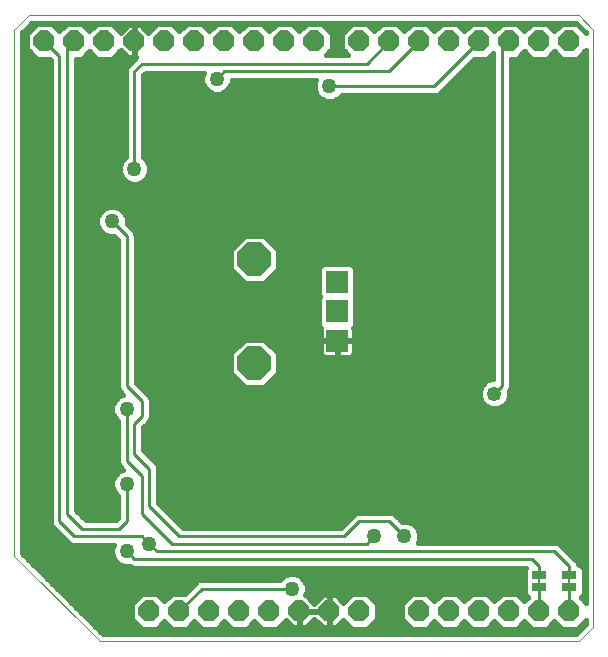
<source format=gbl>
G75*
%MOIN*%
%OFA0B0*%
%FSLAX25Y25*%
%IPPOS*%
%LPD*%
%AMOC8*
5,1,8,0,0,1.08239X$1,22.5*
%
%ADD10C,0.00004*%
%ADD11C,0.00800*%
%ADD12R,0.05000X0.02500*%
%ADD13R,0.07400X0.07400*%
%ADD14OC8,0.11024*%
%ADD15OC8,0.07000*%
%ADD16C,0.01600*%
%ADD17C,0.05000*%
%ADD18C,0.07600*%
%ADD19C,0.05906*%
%ADD20C,0.04921*%
%ADD21C,0.01000*%
D10*
X0008874Y0037220D02*
X0037220Y0008874D01*
X0197063Y0008874D01*
X0201787Y0013598D01*
X0201787Y0212811D01*
X0197063Y0217535D01*
X0013598Y0217535D01*
X0008874Y0212811D01*
X0008874Y0037220D01*
D11*
X0183874Y0030374D02*
X0183874Y0027374D01*
X0193874Y0027374D02*
X0193874Y0030374D01*
D12*
X0193874Y0030874D03*
X0193874Y0026874D03*
X0183874Y0026874D03*
X0183874Y0030874D03*
D13*
X0116433Y0109031D03*
X0116433Y0118874D03*
X0116433Y0128717D03*
D14*
X0088874Y0136197D03*
X0088874Y0101551D03*
D15*
X0083874Y0018874D03*
X0073874Y0018874D03*
X0063874Y0018874D03*
X0053874Y0018874D03*
X0093874Y0018874D03*
X0103874Y0018874D03*
X0113874Y0018874D03*
X0123874Y0018874D03*
X0143874Y0018874D03*
X0153874Y0018874D03*
X0163874Y0018874D03*
X0173874Y0018874D03*
X0183874Y0018874D03*
X0193874Y0018874D03*
X0193874Y0208874D03*
X0183874Y0208874D03*
X0173874Y0208874D03*
X0163874Y0208874D03*
X0153874Y0208874D03*
X0143874Y0208874D03*
X0133874Y0208874D03*
X0123874Y0208874D03*
X0108874Y0208874D03*
X0098874Y0208874D03*
X0088874Y0208874D03*
X0078874Y0208874D03*
X0068874Y0208874D03*
X0058874Y0208874D03*
X0048874Y0208874D03*
X0038874Y0208874D03*
X0028874Y0208874D03*
X0018874Y0208874D03*
D16*
X0024632Y0024859D02*
X0065758Y0024859D01*
X0065673Y0024774D02*
X0061430Y0024774D01*
X0058874Y0022218D01*
X0056318Y0024774D01*
X0051430Y0024774D01*
X0047974Y0021318D01*
X0047974Y0016430D01*
X0051430Y0012974D01*
X0056318Y0012974D01*
X0058874Y0015530D01*
X0061430Y0012974D01*
X0066318Y0012974D01*
X0068874Y0015530D01*
X0071430Y0012974D01*
X0076318Y0012974D01*
X0078874Y0015530D01*
X0081430Y0012974D01*
X0086318Y0012974D01*
X0088874Y0015530D01*
X0091430Y0012974D01*
X0096318Y0012974D01*
X0099309Y0015966D01*
X0101685Y0013590D01*
X0103674Y0013590D01*
X0103674Y0018674D01*
X0104074Y0018674D01*
X0104074Y0013590D01*
X0106063Y0013590D01*
X0108874Y0016401D01*
X0111685Y0013590D01*
X0113674Y0013590D01*
X0113674Y0018674D01*
X0114074Y0018674D01*
X0114074Y0013590D01*
X0116063Y0013590D01*
X0118439Y0015966D01*
X0121430Y0012974D01*
X0126318Y0012974D01*
X0129774Y0016430D01*
X0129774Y0021318D01*
X0126318Y0024774D01*
X0121430Y0024774D01*
X0118439Y0021782D01*
X0116063Y0024158D01*
X0114074Y0024158D01*
X0114074Y0019074D01*
X0113674Y0019074D01*
X0113674Y0018674D01*
X0108590Y0018674D01*
X0104074Y0018674D01*
X0104074Y0019074D01*
X0113674Y0019074D01*
X0113674Y0024158D01*
X0111685Y0024158D01*
X0108874Y0021347D01*
X0106063Y0024158D01*
X0105760Y0024158D01*
X0106274Y0025399D01*
X0106274Y0027349D01*
X0105528Y0029150D01*
X0104150Y0030528D01*
X0102349Y0031274D01*
X0100399Y0031274D01*
X0098598Y0030528D01*
X0097344Y0029274D01*
X0070797Y0029274D01*
X0069731Y0028833D01*
X0068916Y0028017D01*
X0065673Y0024774D01*
X0067356Y0026458D02*
X0023034Y0026458D01*
X0021435Y0028056D02*
X0068955Y0028056D01*
X0059917Y0023261D02*
X0057831Y0023261D01*
X0049917Y0023261D02*
X0026231Y0023261D01*
X0027829Y0021662D02*
X0048318Y0021662D01*
X0047974Y0020064D02*
X0029428Y0020064D01*
X0031026Y0018465D02*
X0047974Y0018465D01*
X0047974Y0016867D02*
X0032625Y0016867D01*
X0034223Y0015268D02*
X0049136Y0015268D01*
X0050735Y0013670D02*
X0035822Y0013670D01*
X0037420Y0012071D02*
X0196863Y0012071D01*
X0196318Y0012974D02*
X0199385Y0016042D01*
X0199385Y0014593D01*
X0196068Y0011276D01*
X0038215Y0011276D01*
X0011276Y0038215D01*
X0011276Y0211816D01*
X0014593Y0215133D01*
X0196068Y0215133D01*
X0199385Y0211816D01*
X0199385Y0211706D01*
X0196318Y0214774D01*
X0191430Y0214774D01*
X0188874Y0212218D01*
X0186318Y0214774D01*
X0181430Y0214774D01*
X0178874Y0212218D01*
X0176318Y0214774D01*
X0171430Y0214774D01*
X0168874Y0212218D01*
X0166318Y0214774D01*
X0161430Y0214774D01*
X0158874Y0212218D01*
X0156318Y0214774D01*
X0151430Y0214774D01*
X0148874Y0212218D01*
X0146318Y0214774D01*
X0141430Y0214774D01*
X0138874Y0212218D01*
X0136318Y0214774D01*
X0131430Y0214774D01*
X0128874Y0212218D01*
X0126318Y0214774D01*
X0121430Y0214774D01*
X0117974Y0211318D01*
X0117974Y0206430D01*
X0120130Y0204274D01*
X0112618Y0204274D01*
X0114774Y0206430D01*
X0114774Y0211318D01*
X0111318Y0214774D01*
X0106430Y0214774D01*
X0103874Y0212218D01*
X0101318Y0214774D01*
X0096430Y0214774D01*
X0093874Y0212218D01*
X0091318Y0214774D01*
X0086430Y0214774D01*
X0083874Y0212218D01*
X0081318Y0214774D01*
X0076430Y0214774D01*
X0073874Y0212218D01*
X0071318Y0214774D01*
X0066430Y0214774D01*
X0063874Y0212218D01*
X0061318Y0214774D01*
X0056430Y0214774D01*
X0053439Y0211782D01*
X0051063Y0214158D01*
X0049074Y0214158D01*
X0049074Y0209074D01*
X0048674Y0209074D01*
X0048674Y0214158D01*
X0046685Y0214158D01*
X0044309Y0211782D01*
X0041318Y0214774D01*
X0036430Y0214774D01*
X0033874Y0212218D01*
X0031318Y0214774D01*
X0026430Y0214774D01*
X0023874Y0212218D01*
X0021318Y0214774D01*
X0016430Y0214774D01*
X0012974Y0211318D01*
X0012974Y0206430D01*
X0016430Y0202974D01*
X0020673Y0202974D01*
X0020974Y0202673D01*
X0020974Y0048297D01*
X0021416Y0047231D01*
X0026416Y0042231D01*
X0027231Y0041416D01*
X0028297Y0040974D01*
X0041940Y0040974D01*
X0041474Y0039849D01*
X0041474Y0037899D01*
X0042220Y0036098D01*
X0043598Y0034720D01*
X0045399Y0033974D01*
X0047173Y0033974D01*
X0047231Y0033916D01*
X0048297Y0033474D01*
X0179335Y0033474D01*
X0178974Y0032601D01*
X0178974Y0029147D01*
X0179087Y0028874D01*
X0178974Y0028601D01*
X0178974Y0025147D01*
X0179339Y0024265D01*
X0180015Y0023589D01*
X0180178Y0023522D01*
X0178874Y0022218D01*
X0176318Y0024774D01*
X0171430Y0024774D01*
X0168874Y0022218D01*
X0166318Y0024774D01*
X0161430Y0024774D01*
X0158874Y0022218D01*
X0156318Y0024774D01*
X0151430Y0024774D01*
X0148874Y0022218D01*
X0146318Y0024774D01*
X0141430Y0024774D01*
X0137974Y0021318D01*
X0137974Y0016430D01*
X0141430Y0012974D01*
X0146318Y0012974D01*
X0148874Y0015530D01*
X0151430Y0012974D01*
X0156318Y0012974D01*
X0158874Y0015530D01*
X0161430Y0012974D01*
X0166318Y0012974D01*
X0168874Y0015530D01*
X0171430Y0012974D01*
X0176318Y0012974D01*
X0178874Y0015530D01*
X0181430Y0012974D01*
X0186318Y0012974D01*
X0188874Y0015530D01*
X0191430Y0012974D01*
X0196318Y0012974D01*
X0197013Y0013670D02*
X0198462Y0013670D01*
X0198612Y0015268D02*
X0199385Y0015268D01*
X0199385Y0021706D02*
X0197570Y0023522D01*
X0197734Y0023589D01*
X0198409Y0024265D01*
X0198774Y0025147D01*
X0198774Y0028601D01*
X0198661Y0028874D01*
X0198774Y0029147D01*
X0198774Y0032601D01*
X0198409Y0033484D01*
X0197734Y0034159D01*
X0196851Y0034524D01*
X0196744Y0034524D01*
X0196333Y0035517D01*
X0195517Y0036333D01*
X0190517Y0041333D01*
X0189451Y0041774D01*
X0143308Y0041774D01*
X0143774Y0042899D01*
X0143774Y0044849D01*
X0143028Y0046650D01*
X0141650Y0048028D01*
X0139849Y0048774D01*
X0138075Y0048774D01*
X0136333Y0050517D01*
X0135517Y0051333D01*
X0134451Y0051774D01*
X0123297Y0051774D01*
X0122231Y0051333D01*
X0117673Y0046774D01*
X0065075Y0046774D01*
X0056774Y0055075D01*
X0056774Y0066951D01*
X0056333Y0068017D01*
X0051774Y0072575D01*
X0051774Y0080173D01*
X0053017Y0081416D01*
X0053833Y0082231D01*
X0054274Y0083297D01*
X0054274Y0089451D01*
X0053833Y0090517D01*
X0049274Y0095075D01*
X0049274Y0144451D01*
X0048833Y0145517D01*
X0046274Y0148075D01*
X0046274Y0149849D01*
X0045528Y0151650D01*
X0044150Y0153028D01*
X0042349Y0153774D01*
X0040399Y0153774D01*
X0038598Y0153028D01*
X0037220Y0151650D01*
X0036474Y0149849D01*
X0036474Y0147899D01*
X0037220Y0146098D01*
X0038598Y0144720D01*
X0040399Y0143974D01*
X0042173Y0143974D01*
X0043474Y0142673D01*
X0043474Y0093297D01*
X0043916Y0092231D01*
X0044731Y0091416D01*
X0045027Y0091120D01*
X0043598Y0090528D01*
X0042220Y0089150D01*
X0041474Y0087349D01*
X0041474Y0085399D01*
X0042220Y0083598D01*
X0043474Y0082344D01*
X0043474Y0068297D01*
X0043916Y0067231D01*
X0044731Y0066416D01*
X0045027Y0066120D01*
X0043598Y0065528D01*
X0042220Y0064150D01*
X0041474Y0062349D01*
X0041474Y0060399D01*
X0042220Y0058598D01*
X0043474Y0057344D01*
X0043474Y0050075D01*
X0042673Y0049274D01*
X0032575Y0049274D01*
X0029274Y0052575D01*
X0029274Y0202974D01*
X0031318Y0202974D01*
X0033874Y0205530D01*
X0036430Y0202974D01*
X0041318Y0202974D01*
X0044309Y0205966D01*
X0046685Y0203590D01*
X0048674Y0203590D01*
X0048674Y0208674D01*
X0049074Y0208674D01*
X0049074Y0203590D01*
X0049489Y0203590D01*
X0048916Y0203017D01*
X0048916Y0203017D01*
X0047231Y0201333D01*
X0046416Y0200517D01*
X0045974Y0199451D01*
X0045974Y0170404D01*
X0044720Y0169150D01*
X0043974Y0167349D01*
X0043974Y0165399D01*
X0044720Y0163598D01*
X0046098Y0162220D01*
X0047899Y0161474D01*
X0049849Y0161474D01*
X0051650Y0162220D01*
X0053028Y0163598D01*
X0053774Y0165399D01*
X0053774Y0167349D01*
X0053028Y0169150D01*
X0051774Y0170404D01*
X0051774Y0197673D01*
X0052575Y0198474D01*
X0071940Y0198474D01*
X0071474Y0197349D01*
X0071474Y0195399D01*
X0072220Y0193598D01*
X0073598Y0192220D01*
X0075399Y0191474D01*
X0077349Y0191474D01*
X0079150Y0192220D01*
X0080528Y0193598D01*
X0081274Y0195399D01*
X0081274Y0195974D01*
X0109440Y0195974D01*
X0108974Y0194849D01*
X0108974Y0192899D01*
X0109720Y0191098D01*
X0111098Y0189720D01*
X0112899Y0188974D01*
X0114849Y0188974D01*
X0116650Y0189720D01*
X0117904Y0190974D01*
X0149451Y0190974D01*
X0150517Y0191416D01*
X0162075Y0202974D01*
X0166318Y0202974D01*
X0168474Y0205130D01*
X0168474Y0096235D01*
X0167907Y0096235D01*
X0166121Y0095495D01*
X0164753Y0094127D01*
X0164013Y0092341D01*
X0164013Y0090407D01*
X0164753Y0088621D01*
X0166121Y0087253D01*
X0167907Y0086513D01*
X0169841Y0086513D01*
X0171627Y0087253D01*
X0172995Y0088621D01*
X0173735Y0090407D01*
X0173735Y0092133D01*
X0173833Y0092231D01*
X0174274Y0093297D01*
X0174274Y0202974D01*
X0176318Y0202974D01*
X0178874Y0205530D01*
X0181430Y0202974D01*
X0186318Y0202974D01*
X0188874Y0205530D01*
X0191430Y0202974D01*
X0196318Y0202974D01*
X0199385Y0206042D01*
X0199385Y0021706D01*
X0199385Y0023261D02*
X0197831Y0023261D01*
X0198655Y0024859D02*
X0199385Y0024859D01*
X0199385Y0026458D02*
X0198774Y0026458D01*
X0198774Y0028056D02*
X0199385Y0028056D01*
X0199385Y0029655D02*
X0198774Y0029655D01*
X0198774Y0031253D02*
X0199385Y0031253D01*
X0199385Y0032852D02*
X0198670Y0032852D01*
X0199385Y0034450D02*
X0197030Y0034450D01*
X0195801Y0036049D02*
X0199385Y0036049D01*
X0199385Y0037647D02*
X0194202Y0037647D01*
X0192604Y0039246D02*
X0199385Y0039246D01*
X0199385Y0040844D02*
X0191005Y0040844D01*
X0199385Y0042443D02*
X0143585Y0042443D01*
X0143774Y0044041D02*
X0199385Y0044041D01*
X0199385Y0045640D02*
X0143446Y0045640D01*
X0142439Y0047238D02*
X0199385Y0047238D01*
X0199385Y0048837D02*
X0138012Y0048837D01*
X0136414Y0050435D02*
X0199385Y0050435D01*
X0199385Y0052034D02*
X0059815Y0052034D01*
X0058217Y0053632D02*
X0199385Y0053632D01*
X0199385Y0055231D02*
X0056774Y0055231D01*
X0056774Y0056829D02*
X0199385Y0056829D01*
X0199385Y0058428D02*
X0056774Y0058428D01*
X0056774Y0060026D02*
X0199385Y0060026D01*
X0199385Y0061625D02*
X0056774Y0061625D01*
X0056774Y0063223D02*
X0199385Y0063223D01*
X0199385Y0064822D02*
X0056774Y0064822D01*
X0056774Y0066420D02*
X0199385Y0066420D01*
X0199385Y0068019D02*
X0056330Y0068019D01*
X0054732Y0069617D02*
X0199385Y0069617D01*
X0199385Y0071216D02*
X0053133Y0071216D01*
X0051774Y0072814D02*
X0199385Y0072814D01*
X0199385Y0074413D02*
X0051774Y0074413D01*
X0051774Y0076011D02*
X0199385Y0076011D01*
X0199385Y0077610D02*
X0051774Y0077610D01*
X0051774Y0079209D02*
X0199385Y0079209D01*
X0199385Y0080807D02*
X0052408Y0080807D01*
X0053905Y0082406D02*
X0199385Y0082406D01*
X0199385Y0084004D02*
X0054274Y0084004D01*
X0054274Y0085603D02*
X0199385Y0085603D01*
X0199385Y0087201D02*
X0171501Y0087201D01*
X0173069Y0088800D02*
X0199385Y0088800D01*
X0199385Y0090398D02*
X0173731Y0090398D01*
X0173735Y0091997D02*
X0199385Y0091997D01*
X0199385Y0093595D02*
X0174274Y0093595D01*
X0174274Y0095194D02*
X0199385Y0095194D01*
X0199385Y0096792D02*
X0174274Y0096792D01*
X0174274Y0098391D02*
X0199385Y0098391D01*
X0199385Y0099989D02*
X0174274Y0099989D01*
X0174274Y0101588D02*
X0199385Y0101588D01*
X0199385Y0103186D02*
X0174274Y0103186D01*
X0174274Y0104785D02*
X0199385Y0104785D01*
X0199385Y0106383D02*
X0174274Y0106383D01*
X0174274Y0107982D02*
X0199385Y0107982D01*
X0199385Y0109580D02*
X0174274Y0109580D01*
X0174274Y0111179D02*
X0199385Y0111179D01*
X0199385Y0112777D02*
X0174274Y0112777D01*
X0174274Y0114376D02*
X0199385Y0114376D01*
X0199385Y0115974D02*
X0174274Y0115974D01*
X0174274Y0117573D02*
X0199385Y0117573D01*
X0199385Y0119171D02*
X0174274Y0119171D01*
X0174274Y0120770D02*
X0199385Y0120770D01*
X0199385Y0122368D02*
X0174274Y0122368D01*
X0174274Y0123967D02*
X0199385Y0123967D01*
X0199385Y0125565D02*
X0174274Y0125565D01*
X0174274Y0127164D02*
X0199385Y0127164D01*
X0199385Y0128762D02*
X0174274Y0128762D01*
X0174274Y0130361D02*
X0199385Y0130361D01*
X0199385Y0131959D02*
X0174274Y0131959D01*
X0174274Y0133558D02*
X0199385Y0133558D01*
X0199385Y0135156D02*
X0174274Y0135156D01*
X0174274Y0136755D02*
X0199385Y0136755D01*
X0199385Y0138353D02*
X0174274Y0138353D01*
X0174274Y0139952D02*
X0199385Y0139952D01*
X0199385Y0141550D02*
X0174274Y0141550D01*
X0174274Y0143149D02*
X0199385Y0143149D01*
X0199385Y0144747D02*
X0174274Y0144747D01*
X0174274Y0146346D02*
X0199385Y0146346D01*
X0199385Y0147945D02*
X0174274Y0147945D01*
X0174274Y0149543D02*
X0199385Y0149543D01*
X0199385Y0151142D02*
X0174274Y0151142D01*
X0174274Y0152740D02*
X0199385Y0152740D01*
X0199385Y0154339D02*
X0174274Y0154339D01*
X0174274Y0155937D02*
X0199385Y0155937D01*
X0199385Y0157536D02*
X0174274Y0157536D01*
X0174274Y0159134D02*
X0199385Y0159134D01*
X0199385Y0160733D02*
X0174274Y0160733D01*
X0174274Y0162331D02*
X0199385Y0162331D01*
X0199385Y0163930D02*
X0174274Y0163930D01*
X0174274Y0165528D02*
X0199385Y0165528D01*
X0199385Y0167127D02*
X0174274Y0167127D01*
X0174274Y0168725D02*
X0199385Y0168725D01*
X0199385Y0170324D02*
X0174274Y0170324D01*
X0174274Y0171922D02*
X0199385Y0171922D01*
X0199385Y0173521D02*
X0174274Y0173521D01*
X0174274Y0175119D02*
X0199385Y0175119D01*
X0199385Y0176718D02*
X0174274Y0176718D01*
X0174274Y0178316D02*
X0199385Y0178316D01*
X0199385Y0179915D02*
X0174274Y0179915D01*
X0174274Y0181513D02*
X0199385Y0181513D01*
X0199385Y0183112D02*
X0174274Y0183112D01*
X0174274Y0184710D02*
X0199385Y0184710D01*
X0199385Y0186309D02*
X0174274Y0186309D01*
X0174274Y0187907D02*
X0199385Y0187907D01*
X0199385Y0189506D02*
X0174274Y0189506D01*
X0174274Y0191104D02*
X0199385Y0191104D01*
X0199385Y0192703D02*
X0174274Y0192703D01*
X0174274Y0194301D02*
X0199385Y0194301D01*
X0199385Y0195900D02*
X0174274Y0195900D01*
X0174274Y0197498D02*
X0199385Y0197498D01*
X0199385Y0199097D02*
X0174274Y0199097D01*
X0174274Y0200695D02*
X0199385Y0200695D01*
X0199385Y0202294D02*
X0174274Y0202294D01*
X0177236Y0203892D02*
X0180512Y0203892D01*
X0178913Y0205491D02*
X0178835Y0205491D01*
X0177608Y0213483D02*
X0180140Y0213483D01*
X0187608Y0213483D02*
X0190140Y0213483D01*
X0196120Y0215082D02*
X0014542Y0215082D01*
X0015140Y0213483D02*
X0012943Y0213483D01*
X0013541Y0211885D02*
X0011345Y0211885D01*
X0011276Y0210286D02*
X0012974Y0210286D01*
X0012974Y0208688D02*
X0011276Y0208688D01*
X0011276Y0207089D02*
X0012974Y0207089D01*
X0013913Y0205491D02*
X0011276Y0205491D01*
X0011276Y0203892D02*
X0015512Y0203892D01*
X0011276Y0202294D02*
X0020974Y0202294D01*
X0020974Y0200695D02*
X0011276Y0200695D01*
X0011276Y0199097D02*
X0020974Y0199097D01*
X0020974Y0197498D02*
X0011276Y0197498D01*
X0011276Y0195900D02*
X0020974Y0195900D01*
X0020974Y0194301D02*
X0011276Y0194301D01*
X0011276Y0192703D02*
X0020974Y0192703D01*
X0020974Y0191104D02*
X0011276Y0191104D01*
X0011276Y0189506D02*
X0020974Y0189506D01*
X0020974Y0187907D02*
X0011276Y0187907D01*
X0011276Y0186309D02*
X0020974Y0186309D01*
X0020974Y0184710D02*
X0011276Y0184710D01*
X0011276Y0183112D02*
X0020974Y0183112D01*
X0020974Y0181513D02*
X0011276Y0181513D01*
X0011276Y0179915D02*
X0020974Y0179915D01*
X0020974Y0178316D02*
X0011276Y0178316D01*
X0011276Y0176718D02*
X0020974Y0176718D01*
X0020974Y0175119D02*
X0011276Y0175119D01*
X0011276Y0173521D02*
X0020974Y0173521D01*
X0020974Y0171922D02*
X0011276Y0171922D01*
X0011276Y0170324D02*
X0020974Y0170324D01*
X0020974Y0168725D02*
X0011276Y0168725D01*
X0011276Y0167127D02*
X0020974Y0167127D01*
X0020974Y0165528D02*
X0011276Y0165528D01*
X0011276Y0163930D02*
X0020974Y0163930D01*
X0020974Y0162331D02*
X0011276Y0162331D01*
X0011276Y0160733D02*
X0020974Y0160733D01*
X0020974Y0159134D02*
X0011276Y0159134D01*
X0011276Y0157536D02*
X0020974Y0157536D01*
X0020974Y0155937D02*
X0011276Y0155937D01*
X0011276Y0154339D02*
X0020974Y0154339D01*
X0020974Y0152740D02*
X0011276Y0152740D01*
X0011276Y0151142D02*
X0020974Y0151142D01*
X0020974Y0149543D02*
X0011276Y0149543D01*
X0011276Y0147945D02*
X0020974Y0147945D01*
X0020974Y0146346D02*
X0011276Y0146346D01*
X0011276Y0144747D02*
X0020974Y0144747D01*
X0020974Y0143149D02*
X0011276Y0143149D01*
X0011276Y0141550D02*
X0020974Y0141550D01*
X0020974Y0139952D02*
X0011276Y0139952D01*
X0011276Y0138353D02*
X0020974Y0138353D01*
X0020974Y0136755D02*
X0011276Y0136755D01*
X0011276Y0135156D02*
X0020974Y0135156D01*
X0020974Y0133558D02*
X0011276Y0133558D01*
X0011276Y0131959D02*
X0020974Y0131959D01*
X0020974Y0130361D02*
X0011276Y0130361D01*
X0011276Y0128762D02*
X0020974Y0128762D01*
X0020974Y0127164D02*
X0011276Y0127164D01*
X0011276Y0125565D02*
X0020974Y0125565D01*
X0020974Y0123967D02*
X0011276Y0123967D01*
X0011276Y0122368D02*
X0020974Y0122368D01*
X0020974Y0120770D02*
X0011276Y0120770D01*
X0011276Y0119171D02*
X0020974Y0119171D01*
X0020974Y0117573D02*
X0011276Y0117573D01*
X0011276Y0115974D02*
X0020974Y0115974D01*
X0020974Y0114376D02*
X0011276Y0114376D01*
X0011276Y0112777D02*
X0020974Y0112777D01*
X0020974Y0111179D02*
X0011276Y0111179D01*
X0011276Y0109580D02*
X0020974Y0109580D01*
X0020974Y0107982D02*
X0011276Y0107982D01*
X0011276Y0106383D02*
X0020974Y0106383D01*
X0020974Y0104785D02*
X0011276Y0104785D01*
X0011276Y0103186D02*
X0020974Y0103186D01*
X0020974Y0101588D02*
X0011276Y0101588D01*
X0011276Y0099989D02*
X0020974Y0099989D01*
X0020974Y0098391D02*
X0011276Y0098391D01*
X0011276Y0096792D02*
X0020974Y0096792D01*
X0020974Y0095194D02*
X0011276Y0095194D01*
X0011276Y0093595D02*
X0020974Y0093595D01*
X0020974Y0091997D02*
X0011276Y0091997D01*
X0011276Y0090398D02*
X0020974Y0090398D01*
X0020974Y0088800D02*
X0011276Y0088800D01*
X0011276Y0087201D02*
X0020974Y0087201D01*
X0020974Y0085603D02*
X0011276Y0085603D01*
X0011276Y0084004D02*
X0020974Y0084004D01*
X0020974Y0082406D02*
X0011276Y0082406D01*
X0011276Y0080807D02*
X0020974Y0080807D01*
X0020974Y0079209D02*
X0011276Y0079209D01*
X0011276Y0077610D02*
X0020974Y0077610D01*
X0020974Y0076011D02*
X0011276Y0076011D01*
X0011276Y0074413D02*
X0020974Y0074413D01*
X0020974Y0072814D02*
X0011276Y0072814D01*
X0011276Y0071216D02*
X0020974Y0071216D01*
X0020974Y0069617D02*
X0011276Y0069617D01*
X0011276Y0068019D02*
X0020974Y0068019D01*
X0020974Y0066420D02*
X0011276Y0066420D01*
X0011276Y0064822D02*
X0020974Y0064822D01*
X0020974Y0063223D02*
X0011276Y0063223D01*
X0011276Y0061625D02*
X0020974Y0061625D01*
X0020974Y0060026D02*
X0011276Y0060026D01*
X0011276Y0058428D02*
X0020974Y0058428D01*
X0020974Y0056829D02*
X0011276Y0056829D01*
X0011276Y0055231D02*
X0020974Y0055231D01*
X0020974Y0053632D02*
X0011276Y0053632D01*
X0011276Y0052034D02*
X0020974Y0052034D01*
X0020974Y0050435D02*
X0011276Y0050435D01*
X0011276Y0048837D02*
X0020974Y0048837D01*
X0021413Y0047238D02*
X0011276Y0047238D01*
X0011276Y0045640D02*
X0023007Y0045640D01*
X0024606Y0044041D02*
X0011276Y0044041D01*
X0011276Y0042443D02*
X0026204Y0042443D01*
X0031414Y0050435D02*
X0043474Y0050435D01*
X0043474Y0052034D02*
X0029815Y0052034D01*
X0029274Y0053632D02*
X0043474Y0053632D01*
X0043474Y0055231D02*
X0029274Y0055231D01*
X0029274Y0056829D02*
X0043474Y0056829D01*
X0042391Y0058428D02*
X0029274Y0058428D01*
X0029274Y0060026D02*
X0041628Y0060026D01*
X0041474Y0061625D02*
X0029274Y0061625D01*
X0029274Y0063223D02*
X0041836Y0063223D01*
X0042892Y0064822D02*
X0029274Y0064822D01*
X0029274Y0066420D02*
X0044726Y0066420D01*
X0043589Y0068019D02*
X0029274Y0068019D01*
X0029274Y0069617D02*
X0043474Y0069617D01*
X0043474Y0071216D02*
X0029274Y0071216D01*
X0029274Y0072814D02*
X0043474Y0072814D01*
X0043474Y0074413D02*
X0029274Y0074413D01*
X0029274Y0076011D02*
X0043474Y0076011D01*
X0043474Y0077610D02*
X0029274Y0077610D01*
X0029274Y0079209D02*
X0043474Y0079209D01*
X0043474Y0080807D02*
X0029274Y0080807D01*
X0029274Y0082406D02*
X0043413Y0082406D01*
X0042052Y0084004D02*
X0029274Y0084004D01*
X0029274Y0085603D02*
X0041474Y0085603D01*
X0041474Y0087201D02*
X0029274Y0087201D01*
X0029274Y0088800D02*
X0042075Y0088800D01*
X0043468Y0090398D02*
X0029274Y0090398D01*
X0029274Y0091997D02*
X0044150Y0091997D01*
X0043474Y0093595D02*
X0029274Y0093595D01*
X0029274Y0095194D02*
X0043474Y0095194D01*
X0043474Y0096792D02*
X0029274Y0096792D01*
X0029274Y0098391D02*
X0043474Y0098391D01*
X0043474Y0099989D02*
X0029274Y0099989D01*
X0029274Y0101588D02*
X0043474Y0101588D01*
X0043474Y0103186D02*
X0029274Y0103186D01*
X0029274Y0104785D02*
X0043474Y0104785D01*
X0043474Y0106383D02*
X0029274Y0106383D01*
X0029274Y0107982D02*
X0043474Y0107982D01*
X0043474Y0109580D02*
X0029274Y0109580D01*
X0029274Y0111179D02*
X0043474Y0111179D01*
X0043474Y0112777D02*
X0029274Y0112777D01*
X0029274Y0114376D02*
X0043474Y0114376D01*
X0043474Y0115974D02*
X0029274Y0115974D01*
X0029274Y0117573D02*
X0043474Y0117573D01*
X0043474Y0119171D02*
X0029274Y0119171D01*
X0029274Y0120770D02*
X0043474Y0120770D01*
X0043474Y0122368D02*
X0029274Y0122368D01*
X0029274Y0123967D02*
X0043474Y0123967D01*
X0043474Y0125565D02*
X0029274Y0125565D01*
X0029274Y0127164D02*
X0043474Y0127164D01*
X0043474Y0128762D02*
X0029274Y0128762D01*
X0029274Y0130361D02*
X0043474Y0130361D01*
X0043474Y0131959D02*
X0029274Y0131959D01*
X0029274Y0133558D02*
X0043474Y0133558D01*
X0043474Y0135156D02*
X0029274Y0135156D01*
X0029274Y0136755D02*
X0043474Y0136755D01*
X0043474Y0138353D02*
X0029274Y0138353D01*
X0029274Y0139952D02*
X0043474Y0139952D01*
X0043474Y0141550D02*
X0029274Y0141550D01*
X0029274Y0143149D02*
X0042998Y0143149D01*
X0038571Y0144747D02*
X0029274Y0144747D01*
X0029274Y0146346D02*
X0037117Y0146346D01*
X0036474Y0147945D02*
X0029274Y0147945D01*
X0029274Y0149543D02*
X0036474Y0149543D01*
X0037010Y0151142D02*
X0029274Y0151142D01*
X0029274Y0152740D02*
X0038310Y0152740D01*
X0044438Y0152740D02*
X0168474Y0152740D01*
X0168474Y0151142D02*
X0045738Y0151142D01*
X0046274Y0149543D02*
X0168474Y0149543D01*
X0168474Y0147945D02*
X0046405Y0147945D01*
X0048003Y0146346D02*
X0168474Y0146346D01*
X0168474Y0144747D02*
X0049151Y0144747D01*
X0049274Y0143149D02*
X0084637Y0143149D01*
X0085597Y0144109D02*
X0080962Y0139474D01*
X0080962Y0132920D01*
X0085597Y0128285D01*
X0092151Y0128285D01*
X0096786Y0132920D01*
X0096786Y0139474D01*
X0092151Y0144109D01*
X0085597Y0144109D01*
X0083039Y0141550D02*
X0049274Y0141550D01*
X0049274Y0139952D02*
X0081440Y0139952D01*
X0080962Y0138353D02*
X0049274Y0138353D01*
X0049274Y0136755D02*
X0080962Y0136755D01*
X0080962Y0135156D02*
X0049274Y0135156D01*
X0049274Y0133558D02*
X0080962Y0133558D01*
X0081922Y0131959D02*
X0049274Y0131959D01*
X0049274Y0130361D02*
X0083521Y0130361D01*
X0085120Y0128762D02*
X0049274Y0128762D01*
X0049274Y0127164D02*
X0110333Y0127164D01*
X0110333Y0128762D02*
X0092629Y0128762D01*
X0094227Y0130361D02*
X0110333Y0130361D01*
X0110333Y0131959D02*
X0095826Y0131959D01*
X0096786Y0133558D02*
X0110608Y0133558D01*
X0110698Y0133776D02*
X0110333Y0132894D01*
X0110333Y0124539D01*
X0110641Y0123795D01*
X0110333Y0123051D01*
X0110333Y0114697D01*
X0110698Y0113815D01*
X0111079Y0113434D01*
X0111070Y0113420D01*
X0110949Y0112966D01*
X0110949Y0109216D01*
X0116249Y0109216D01*
X0116249Y0108847D01*
X0116617Y0108847D01*
X0116617Y0103547D01*
X0120368Y0103547D01*
X0120822Y0103669D01*
X0121229Y0103904D01*
X0121561Y0104236D01*
X0121796Y0104643D01*
X0121917Y0105097D01*
X0121917Y0108847D01*
X0116617Y0108847D01*
X0116617Y0109216D01*
X0121917Y0109216D01*
X0121917Y0112966D01*
X0121796Y0113420D01*
X0121788Y0113434D01*
X0122168Y0113815D01*
X0122533Y0114697D01*
X0122533Y0123051D01*
X0122225Y0123795D01*
X0122533Y0124539D01*
X0122533Y0132894D01*
X0122168Y0133776D01*
X0121493Y0134451D01*
X0120610Y0134817D01*
X0112256Y0134817D01*
X0111374Y0134451D01*
X0110698Y0133776D01*
X0110333Y0125565D02*
X0049274Y0125565D01*
X0049274Y0123967D02*
X0110570Y0123967D01*
X0110333Y0122368D02*
X0049274Y0122368D01*
X0049274Y0120770D02*
X0110333Y0120770D01*
X0110333Y0119171D02*
X0049274Y0119171D01*
X0049274Y0117573D02*
X0110333Y0117573D01*
X0110333Y0115974D02*
X0049274Y0115974D01*
X0049274Y0114376D02*
X0110466Y0114376D01*
X0110949Y0112777D02*
X0049274Y0112777D01*
X0049274Y0111179D02*
X0110949Y0111179D01*
X0110949Y0109580D02*
X0049274Y0109580D01*
X0049274Y0107982D02*
X0084116Y0107982D01*
X0085597Y0109463D02*
X0080962Y0104828D01*
X0080962Y0098274D01*
X0085597Y0093639D01*
X0092151Y0093639D01*
X0096786Y0098274D01*
X0096786Y0104828D01*
X0092151Y0109463D01*
X0085597Y0109463D01*
X0082517Y0106383D02*
X0049274Y0106383D01*
X0049274Y0104785D02*
X0080962Y0104785D01*
X0080962Y0103186D02*
X0049274Y0103186D01*
X0049274Y0101588D02*
X0080962Y0101588D01*
X0080962Y0099989D02*
X0049274Y0099989D01*
X0049274Y0098391D02*
X0080962Y0098391D01*
X0082444Y0096792D02*
X0049274Y0096792D01*
X0049274Y0095194D02*
X0084043Y0095194D01*
X0093705Y0095194D02*
X0165820Y0095194D01*
X0164533Y0093595D02*
X0050754Y0093595D01*
X0052353Y0091997D02*
X0164013Y0091997D01*
X0164017Y0090398D02*
X0053882Y0090398D01*
X0054274Y0088800D02*
X0164679Y0088800D01*
X0166247Y0087201D02*
X0054274Y0087201D01*
X0061414Y0050435D02*
X0121334Y0050435D01*
X0119736Y0048837D02*
X0063012Y0048837D01*
X0064611Y0047238D02*
X0118137Y0047238D01*
X0105023Y0029655D02*
X0178974Y0029655D01*
X0178974Y0031253D02*
X0102399Y0031253D01*
X0100349Y0031253D02*
X0018238Y0031253D01*
X0016640Y0032852D02*
X0179078Y0032852D01*
X0178974Y0028056D02*
X0105981Y0028056D01*
X0106274Y0026458D02*
X0178974Y0026458D01*
X0179093Y0024859D02*
X0106050Y0024859D01*
X0106960Y0023261D02*
X0110788Y0023261D01*
X0109189Y0021662D02*
X0108559Y0021662D01*
X0113674Y0021662D02*
X0114074Y0021662D01*
X0114074Y0020064D02*
X0113674Y0020064D01*
X0113674Y0018465D02*
X0114074Y0018465D01*
X0114074Y0016867D02*
X0113674Y0016867D01*
X0113674Y0015268D02*
X0114074Y0015268D01*
X0114074Y0013670D02*
X0113674Y0013670D01*
X0111605Y0013670D02*
X0106143Y0013670D01*
X0104074Y0013670D02*
X0103674Y0013670D01*
X0103674Y0015268D02*
X0104074Y0015268D01*
X0104074Y0016867D02*
X0103674Y0016867D01*
X0103674Y0018465D02*
X0104074Y0018465D01*
X0107741Y0015268D02*
X0110007Y0015268D01*
X0116143Y0013670D02*
X0120735Y0013670D01*
X0119136Y0015268D02*
X0117741Y0015268D01*
X0116960Y0023261D02*
X0119917Y0023261D01*
X0114074Y0023261D02*
X0113674Y0023261D01*
X0101605Y0013670D02*
X0097013Y0013670D01*
X0098612Y0015268D02*
X0100007Y0015268D01*
X0090735Y0013670D02*
X0087013Y0013670D01*
X0088612Y0015268D02*
X0089136Y0015268D01*
X0080735Y0013670D02*
X0077013Y0013670D01*
X0078612Y0015268D02*
X0079136Y0015268D01*
X0070735Y0013670D02*
X0067013Y0013670D01*
X0068612Y0015268D02*
X0069136Y0015268D01*
X0060735Y0013670D02*
X0057013Y0013670D01*
X0058612Y0015268D02*
X0059136Y0015268D01*
X0044250Y0034450D02*
X0015041Y0034450D01*
X0013443Y0036049D02*
X0042270Y0036049D01*
X0041578Y0037647D02*
X0011844Y0037647D01*
X0011276Y0039246D02*
X0041474Y0039246D01*
X0041886Y0040844D02*
X0011276Y0040844D01*
X0019837Y0029655D02*
X0097725Y0029655D01*
X0127831Y0023261D02*
X0139917Y0023261D01*
X0138318Y0021662D02*
X0129430Y0021662D01*
X0129774Y0020064D02*
X0137974Y0020064D01*
X0137974Y0018465D02*
X0129774Y0018465D01*
X0129774Y0016867D02*
X0137974Y0016867D01*
X0139136Y0015268D02*
X0128612Y0015268D01*
X0127013Y0013670D02*
X0140735Y0013670D01*
X0147013Y0013670D02*
X0150735Y0013670D01*
X0149136Y0015268D02*
X0148612Y0015268D01*
X0147831Y0023261D02*
X0149917Y0023261D01*
X0157831Y0023261D02*
X0159917Y0023261D01*
X0167831Y0023261D02*
X0169917Y0023261D01*
X0177831Y0023261D02*
X0179917Y0023261D01*
X0179136Y0015268D02*
X0178612Y0015268D01*
X0177013Y0013670D02*
X0180735Y0013670D01*
X0187013Y0013670D02*
X0190735Y0013670D01*
X0189136Y0015268D02*
X0188612Y0015268D01*
X0170735Y0013670D02*
X0167013Y0013670D01*
X0168612Y0015268D02*
X0169136Y0015268D01*
X0160735Y0013670D02*
X0157013Y0013670D01*
X0158612Y0015268D02*
X0159136Y0015268D01*
X0168474Y0096792D02*
X0095304Y0096792D01*
X0096786Y0098391D02*
X0168474Y0098391D01*
X0168474Y0099989D02*
X0096786Y0099989D01*
X0096786Y0101588D02*
X0168474Y0101588D01*
X0168474Y0103186D02*
X0096786Y0103186D01*
X0096786Y0104785D02*
X0111032Y0104785D01*
X0111070Y0104643D02*
X0111305Y0104236D01*
X0111638Y0103904D01*
X0112044Y0103669D01*
X0112498Y0103547D01*
X0116249Y0103547D01*
X0116249Y0108847D01*
X0110949Y0108847D01*
X0110949Y0105097D01*
X0111070Y0104643D01*
X0110949Y0106383D02*
X0095231Y0106383D01*
X0093632Y0107982D02*
X0110949Y0107982D01*
X0116249Y0107982D02*
X0116617Y0107982D01*
X0116617Y0106383D02*
X0116249Y0106383D01*
X0116249Y0104785D02*
X0116617Y0104785D01*
X0121834Y0104785D02*
X0168474Y0104785D01*
X0168474Y0106383D02*
X0121917Y0106383D01*
X0121917Y0107982D02*
X0168474Y0107982D01*
X0168474Y0109580D02*
X0121917Y0109580D01*
X0121917Y0111179D02*
X0168474Y0111179D01*
X0168474Y0112777D02*
X0121917Y0112777D01*
X0122400Y0114376D02*
X0168474Y0114376D01*
X0168474Y0115974D02*
X0122533Y0115974D01*
X0122533Y0117573D02*
X0168474Y0117573D01*
X0168474Y0119171D02*
X0122533Y0119171D01*
X0122533Y0120770D02*
X0168474Y0120770D01*
X0168474Y0122368D02*
X0122533Y0122368D01*
X0122296Y0123967D02*
X0168474Y0123967D01*
X0168474Y0125565D02*
X0122533Y0125565D01*
X0122533Y0127164D02*
X0168474Y0127164D01*
X0168474Y0128762D02*
X0122533Y0128762D01*
X0122533Y0130361D02*
X0168474Y0130361D01*
X0168474Y0131959D02*
X0122533Y0131959D01*
X0122258Y0133558D02*
X0168474Y0133558D01*
X0168474Y0135156D02*
X0096786Y0135156D01*
X0096786Y0136755D02*
X0168474Y0136755D01*
X0168474Y0138353D02*
X0096786Y0138353D01*
X0096308Y0139952D02*
X0168474Y0139952D01*
X0168474Y0141550D02*
X0094709Y0141550D01*
X0093111Y0143149D02*
X0168474Y0143149D01*
X0168474Y0154339D02*
X0029274Y0154339D01*
X0029274Y0155937D02*
X0168474Y0155937D01*
X0168474Y0157536D02*
X0029274Y0157536D01*
X0029274Y0159134D02*
X0168474Y0159134D01*
X0168474Y0160733D02*
X0029274Y0160733D01*
X0029274Y0162331D02*
X0045987Y0162331D01*
X0044583Y0163930D02*
X0029274Y0163930D01*
X0029274Y0165528D02*
X0043974Y0165528D01*
X0043974Y0167127D02*
X0029274Y0167127D01*
X0029274Y0168725D02*
X0044544Y0168725D01*
X0045894Y0170324D02*
X0029274Y0170324D01*
X0029274Y0171922D02*
X0045974Y0171922D01*
X0045974Y0173521D02*
X0029274Y0173521D01*
X0029274Y0175119D02*
X0045974Y0175119D01*
X0045974Y0176718D02*
X0029274Y0176718D01*
X0029274Y0178316D02*
X0045974Y0178316D01*
X0045974Y0179915D02*
X0029274Y0179915D01*
X0029274Y0181513D02*
X0045974Y0181513D01*
X0045974Y0183112D02*
X0029274Y0183112D01*
X0029274Y0184710D02*
X0045974Y0184710D01*
X0045974Y0186309D02*
X0029274Y0186309D01*
X0029274Y0187907D02*
X0045974Y0187907D01*
X0045974Y0189506D02*
X0029274Y0189506D01*
X0029274Y0191104D02*
X0045974Y0191104D01*
X0045974Y0192703D02*
X0029274Y0192703D01*
X0029274Y0194301D02*
X0045974Y0194301D01*
X0045974Y0195900D02*
X0029274Y0195900D01*
X0029274Y0197498D02*
X0045974Y0197498D01*
X0045974Y0199097D02*
X0029274Y0199097D01*
X0029274Y0200695D02*
X0046594Y0200695D01*
X0047231Y0201333D02*
X0047231Y0201333D01*
X0048193Y0202294D02*
X0029274Y0202294D01*
X0032236Y0203892D02*
X0035512Y0203892D01*
X0033913Y0205491D02*
X0033835Y0205491D01*
X0032608Y0213483D02*
X0035140Y0213483D01*
X0042608Y0213483D02*
X0046010Y0213483D01*
X0044412Y0211885D02*
X0044207Y0211885D01*
X0048674Y0211885D02*
X0049074Y0211885D01*
X0049074Y0213483D02*
X0048674Y0213483D01*
X0051738Y0213483D02*
X0055140Y0213483D01*
X0053541Y0211885D02*
X0053336Y0211885D01*
X0049074Y0210286D02*
X0048674Y0210286D01*
X0048674Y0207089D02*
X0049074Y0207089D01*
X0049074Y0205491D02*
X0048674Y0205491D01*
X0048674Y0203892D02*
X0049074Y0203892D01*
X0046383Y0203892D02*
X0042236Y0203892D01*
X0043835Y0205491D02*
X0044784Y0205491D01*
X0051774Y0197498D02*
X0071536Y0197498D01*
X0071474Y0195900D02*
X0051774Y0195900D01*
X0051774Y0194301D02*
X0071929Y0194301D01*
X0073116Y0192703D02*
X0051774Y0192703D01*
X0051774Y0191104D02*
X0109718Y0191104D01*
X0109055Y0192703D02*
X0079632Y0192703D01*
X0080819Y0194301D02*
X0108974Y0194301D01*
X0109409Y0195900D02*
X0081274Y0195900D01*
X0082608Y0213483D02*
X0085140Y0213483D01*
X0092608Y0213483D02*
X0095140Y0213483D01*
X0102608Y0213483D02*
X0105140Y0213483D01*
X0112608Y0213483D02*
X0120140Y0213483D01*
X0118541Y0211885D02*
X0114207Y0211885D01*
X0114774Y0210286D02*
X0117974Y0210286D01*
X0117974Y0208688D02*
X0114774Y0208688D01*
X0114774Y0207089D02*
X0117974Y0207089D01*
X0118913Y0205491D02*
X0113835Y0205491D01*
X0127608Y0213483D02*
X0130140Y0213483D01*
X0137608Y0213483D02*
X0140140Y0213483D01*
X0147608Y0213483D02*
X0150140Y0213483D01*
X0157608Y0213483D02*
X0160140Y0213483D01*
X0167608Y0213483D02*
X0170140Y0213483D01*
X0168474Y0203892D02*
X0167236Y0203892D01*
X0168474Y0202294D02*
X0161395Y0202294D01*
X0159797Y0200695D02*
X0168474Y0200695D01*
X0168474Y0199097D02*
X0158198Y0199097D01*
X0156600Y0197498D02*
X0168474Y0197498D01*
X0168474Y0195900D02*
X0155001Y0195900D01*
X0153403Y0194301D02*
X0168474Y0194301D01*
X0168474Y0192703D02*
X0151804Y0192703D01*
X0149765Y0191104D02*
X0168474Y0191104D01*
X0168474Y0189506D02*
X0116133Y0189506D01*
X0111616Y0189506D02*
X0051774Y0189506D01*
X0051774Y0187907D02*
X0168474Y0187907D01*
X0168474Y0186309D02*
X0051774Y0186309D01*
X0051774Y0184710D02*
X0168474Y0184710D01*
X0168474Y0183112D02*
X0051774Y0183112D01*
X0051774Y0181513D02*
X0168474Y0181513D01*
X0168474Y0179915D02*
X0051774Y0179915D01*
X0051774Y0178316D02*
X0168474Y0178316D01*
X0168474Y0176718D02*
X0051774Y0176718D01*
X0051774Y0175119D02*
X0168474Y0175119D01*
X0168474Y0173521D02*
X0051774Y0173521D01*
X0051774Y0171922D02*
X0168474Y0171922D01*
X0168474Y0170324D02*
X0051854Y0170324D01*
X0053204Y0168725D02*
X0168474Y0168725D01*
X0168474Y0167127D02*
X0053774Y0167127D01*
X0053774Y0165528D02*
X0168474Y0165528D01*
X0168474Y0163930D02*
X0053165Y0163930D01*
X0051761Y0162331D02*
X0168474Y0162331D01*
X0187236Y0203892D02*
X0190512Y0203892D01*
X0188913Y0205491D02*
X0188835Y0205491D01*
X0197236Y0203892D02*
X0199385Y0203892D01*
X0199385Y0205491D02*
X0198835Y0205491D01*
X0199207Y0211885D02*
X0199317Y0211885D01*
X0197718Y0213483D02*
X0197608Y0213483D01*
X0075140Y0213483D02*
X0072608Y0213483D01*
X0065140Y0213483D02*
X0062608Y0213483D01*
X0025140Y0213483D02*
X0022608Y0213483D01*
D17*
X0048874Y0166374D03*
X0041374Y0148874D03*
X0076374Y0196374D03*
X0113874Y0193874D03*
X0046374Y0086374D03*
X0038874Y0073874D03*
X0046374Y0061374D03*
X0053874Y0041374D03*
X0046374Y0038874D03*
X0018874Y0056374D03*
X0101374Y0026374D03*
X0128874Y0043874D03*
X0138874Y0043874D03*
D18*
X0033874Y0133874D03*
D19*
X0163874Y0028874D03*
X0173874Y0028874D03*
D20*
X0168874Y0091374D03*
D21*
X0171374Y0093874D01*
X0171374Y0206374D01*
X0173874Y0208874D01*
X0163874Y0208874D02*
X0148874Y0193874D01*
X0113874Y0193874D01*
X0126374Y0201374D02*
X0133874Y0208874D01*
X0126374Y0201374D02*
X0051374Y0201374D01*
X0048874Y0198874D01*
X0048874Y0166374D01*
X0041374Y0148874D02*
X0046374Y0143874D01*
X0046374Y0093874D01*
X0051374Y0088874D01*
X0051374Y0083874D01*
X0048874Y0081374D01*
X0048874Y0071374D01*
X0053874Y0066374D01*
X0053874Y0053874D01*
X0063874Y0043874D01*
X0118874Y0043874D01*
X0123874Y0048874D01*
X0133874Y0048874D01*
X0138874Y0043874D01*
X0128874Y0043874D02*
X0126374Y0041374D01*
X0061374Y0041374D01*
X0051374Y0051374D01*
X0051374Y0063874D01*
X0046374Y0068874D01*
X0046374Y0086374D01*
X0046374Y0061374D02*
X0046374Y0048874D01*
X0043874Y0046374D01*
X0031374Y0046374D01*
X0026374Y0051374D01*
X0026374Y0206374D01*
X0028874Y0208874D01*
X0023874Y0203874D02*
X0023874Y0048874D01*
X0028874Y0043874D01*
X0051374Y0043874D01*
X0053874Y0041374D01*
X0056374Y0038874D01*
X0188874Y0038874D01*
X0193874Y0033874D01*
X0193874Y0030874D01*
X0193874Y0026874D02*
X0193874Y0018874D01*
X0183874Y0018874D02*
X0183874Y0026874D01*
X0183874Y0030874D02*
X0183874Y0033874D01*
X0181374Y0036374D01*
X0048874Y0036374D01*
X0046374Y0038874D01*
X0063874Y0018874D02*
X0071374Y0026374D01*
X0101374Y0026374D01*
X0076374Y0196374D02*
X0078874Y0198874D01*
X0133874Y0198874D01*
X0143874Y0208874D01*
X0023874Y0203874D02*
X0018874Y0208874D01*
M02*

</source>
